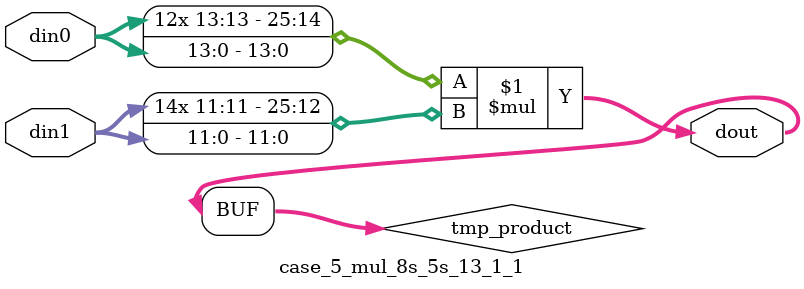
<source format=v>

`timescale 1 ns / 1 ps

 (* use_dsp = "no" *)  module case_5_mul_8s_5s_13_1_1(din0, din1, dout);
parameter ID = 1;
parameter NUM_STAGE = 0;
parameter din0_WIDTH = 14;
parameter din1_WIDTH = 12;
parameter dout_WIDTH = 26;

input [din0_WIDTH - 1 : 0] din0; 
input [din1_WIDTH - 1 : 0] din1; 
output [dout_WIDTH - 1 : 0] dout;

wire signed [dout_WIDTH - 1 : 0] tmp_product;



























assign tmp_product = $signed(din0) * $signed(din1);








assign dout = tmp_product;





















endmodule

</source>
